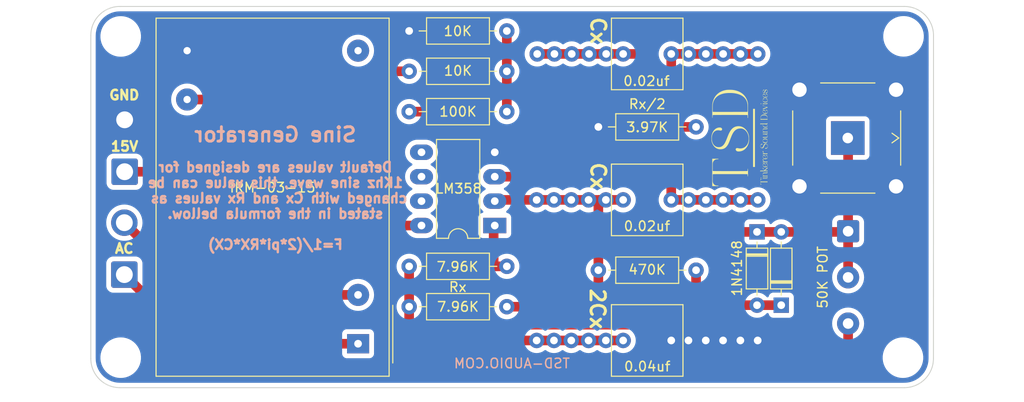
<source format=kicad_pcb>
(kicad_pcb (version 20211014) (generator pcbnew)
  (layers (0 "F.Cu" signal) (31 "B.Cu" signal) (34 "B.Paste" user) (35 "F.Paste" user) (36 "B.SilkS" user "B.Silkscreen") (37 "F.SilkS" user "F.Silkscreen") (38 "B.Mask" user) (39 "F.Mask" user) (44 "Edge.Cuts" user))
  (net 0 "")
  (net 1 "Net-(C3-Pad1)")
  (net 2 "Net-(C3-Pad2)")
  (net 3 "GND")
  (net 4 "Net-(C4-Pad2)")
  (net 5 "Net-(C5-Pad2)")
  (net 6 "Net-(D1-Pad2)")
  (net 7 "Net-(J1-Pad1)")
  (net 8 "Net-(J1-Pad2)")
  (net 10 "Net-(PS1-Pad16)")
  (net 11 "Net-(R1-Pad2)")
  (net 12 "Net-(R4-Pad2)")
  (footprint "" (layer "F.Cu") (at 139.98 89.21)
    (fp_text reference "1" hide)
    (fp_text value "" (at 0 0) (layer "F.SilkS") (effects (font (size 1.27 1.27))))
    (pad "2" thru_hole circle locked (at 0 0 180) (size 1.6 1.6) (drill 0.8) (layers *.Cu *.Mask) (net 5 "Net-(C5-Pad2)"))
  )
  (footprint "" (layer "F.Cu") (at 153.92 119.01)
    (fp_text reference "" (at 0 0) (layer "F.SilkS") (effects (font (size 1.27 1.27))))
    (fp_text value "" (at 0 0) (layer "F.SilkS") (effects (font (size 1.27 1.27))))
    (pad "1" thru_hole circle locked (at 0 0 180) (size 1.6 1.6) (drill 0.8) (layers *.Cu *.Mask) (net 3 "GND"))
  )
  (footprint "" (layer "F.Cu") (at 155.73 104.39)
    (fp_text reference "" (at 0 0) (layer "F.SilkS") (effects (font (size 1.27 1.27))))
    (fp_text value "" (at 0 0) (layer "F.SilkS") (effects (font (size 1.27 1.27))))
    (pad "2" thru_hole circle locked (at 0 0) (size 1.6 1.6) (drill 0.8) (layers *.Cu *.Mask) (net 2 "Net-(C3-Pad2)"))
  )
  (footprint "Custom Library:Logo_15mm" (layer "F.Cu") (at 159.65 97.846633 90)
    (fp_text reference "G***" hide)
    (fp_text value "LOGO" hide)
  )
  (footprint "" (layer "F.Cu") (at 155.73 89.21)
    (fp_text reference "" (at 0 0) (layer "F.SilkS") (effects (font (size 1.27 1.27))))
    (fp_text value "" (at 0 0) (layer "F.SilkS") (effects (font (size 1.27 1.27))))
    (pad "1" thru_hole circle locked (at 0 0 180) (size 1.6 1.6) (drill 0.8) (layers *.Cu *.Mask) (net 2 "Net-(C3-Pad2)"))
  )
  (footprint "Resistor_THT:R_Axial_DIN0207_L6.3mm_D2.5mm_P10.16mm_Horizontal" (layer "F.Cu") (at 135.03 115.49779 180)
    (fp_text reference "Rx" (at 5.11 2.037569) (layer "F.SilkS"))
    (fp_text value "7.96K" (at 5.09 -0.012632) (layer "F.SilkS"))
    (pad "1" thru_hole circle locked (at 0 0 180) (size 1.6 1.6) (drill 0.8) (layers *.Cu *.Mask) (net 1 "Net-(C3-Pad1)"))
    (pad "2" thru_hole oval locked (at 10.16 0 180) (size 1.6 1.6) (drill 0.8) (layers *.Cu *.Mask) (net 4 "Net-(C4-Pad2)"))
  )
  (footprint "" (layer "F.Cu") (at 153.93 104.39)
    (fp_text reference "" (at 0 0) (layer "F.SilkS") (effects (font (size 1.27 1.27))))
    (fp_text value "" (at 0 0) (layer "F.SilkS") (effects (font (size 1.27 1.27))))
    (pad "2" thru_hole circle locked (at 0 0) (size 1.6 1.6) (drill 0.8) (layers *.Cu *.Mask) (net 2 "Net-(C3-Pad2)"))
  )
  (footprint "Diode_THT:D_DO-35_SOD27_P7.62mm_Horizontal" (layer "F.Cu") (at 161.051192 107.72 -90)
    (fp_text reference "D1" hide)
    (fp_text value "1N4148")
    (pad "1" thru_hole rect locked (at 0 0 270) (size 1.6 1.6) (drill 0.8) (layers *.Cu *.Mask) (net 5 "Net-(C5-Pad2)"))
    (pad "2" thru_hole oval locked (at 7.62 0 270) (size 1.6 1.6) (drill 0.8) (layers *.Cu *.Mask) (net 6 "Net-(D1-Pad2)"))
  )
  (footprint "" (layer "F.Cu") (at 157.53 89.21)
    (fp_text reference "" (at 0 0) (layer "F.SilkS") (effects (font (size 1.27 1.27))))
    (fp_text value "" (at 0 0) (layer "F.SilkS") (effects (font (size 1.27 1.27))))
    (pad "1" thru_hole circle locked (at 0 0 180) (size 1.6 1.6) (drill 0.8) (layers *.Cu *.Mask) (net 2 "Net-(C3-Pad2)"))
  )
  (footprint "Capacitor_THT:C_Rect_L7.2mm_W7.2mm_P5.00mm_FKS2_FKP2_MKS2_MKP2" (layer "F.Cu") (at 152.13 119.01 180)
    (fp_text reference "C4" hide)
    (fp_text value "0.04uf" (at 2.49 -2.71) (layer "F.SilkS"))
    (pad "1" thru_hole circle locked (at 0 0 180) (size 1.6 1.6) (drill 0.8) (layers *.Cu *.Mask) (net 3 "GND"))
    (pad "2" thru_hole circle locked (at 5 0 180) (size 1.6 1.6) (drill 0.8) (layers *.Cu *.Mask) (net 4 "Net-(C4-Pad2)"))
  )
  (footprint "Resistor_THT:R_Axial_DIN0207_L6.3mm_D2.5mm_P10.16mm_Horizontal" (layer "F.Cu") (at 124.87 111.302232)
    (fp_text reference "R7" hide)
    (fp_text value "7.96K" (at 5.03 0.048019) (layer "F.SilkS"))
    (pad "1" thru_hole circle locked (at 0 0) (size 1.6 1.6) (drill 0.8) (layers *.Cu *.Mask) (net 4 "Net-(C4-Pad2)"))
    (pad "2" thru_hole oval locked (at 10.16 0) (size 1.6 1.6) (drill 0.8) (layers *.Cu *.Mask) (net 5 "Net-(C5-Pad2)"))
  )
  (footprint "" (layer "F.Cu") (at 143.58 89.21)
    (fp_text reference "3" hide)
    (fp_text value "" (at 0 0) (layer "F.SilkS") (effects (font (size 1.27 1.27))))
    (pad "2" thru_hole circle locked (at 0 0 180) (size 1.6 1.6) (drill 0.8) (layers *.Cu *.Mask) (net 5 "Net-(C5-Pad2)"))
  )
  (footprint "Connector_Wire:SolderWire-0.5sqmm_1x03_P4.8mm_D0.9mm_OD2.3mm" (layer "F.Cu") (at 170.525 107.64908 -90)
    (fp_text reference "50K POT" (at 4.79092 2.645 90) (layer "F.SilkS"))
    (fp_text value "50K")
    (pad "1" thru_hole roundrect locked (at 0 0 270) (size 2.3 2.3) (drill 1.1) (layers *.Cu *.Mask) (roundrect_rratio 0.108696) (net 5 "Net-(C5-Pad2)"))
    (pad "2" thru_hole circle locked (at 4.8 0 270) (size 2.3 2.3) (drill 1.1) (layers *.Cu *.Mask) (net 5 "Net-(C5-Pad2)"))
    (pad "3" thru_hole circle locked (at 9.6 0 270) (size 2.3 2.3) (drill 1.1) (layers *.Cu *.Mask) (net 12 "Net-(R4-Pad2)"))
  )
  (footprint "" (layer "F.Cu") (at 161.13 104.39)
    (fp_text reference "" (at 0 0) (layer "F.SilkS") (effects (font (size 1.27 1.27))))
    (fp_text value "" (at 0 0) (layer "F.SilkS") (effects (font (size 1.27 1.27))))
    (pad "2" thru_hole circle locked (at 0 0) (size 1.6 1.6) (drill 0.8) (layers *.Cu *.Mask) (net 2 "Net-(C3-Pad2)"))
  )
  (footprint "Capacitor_THT:C_Rect_L7.2mm_W7.2mm_P5.00mm_FKS2_FKP2_MKS2_MKP2" (layer "F.Cu") (at 147.13 104.39)
    (fp_text reference "C3" hide)
    (fp_text value "0.02uf" (at 2.48 2.732234) (layer "F.SilkS"))
    (pad "1" thru_hole circle locked (at 0 0) (size 1.6 1.6) (drill 0.8) (layers *.Cu *.Mask) (net 1 "Net-(C3-Pad1)"))
    (pad "2" thru_hole circle locked (at 5 0) (size 1.6 1.6) (drill 0.8) (layers *.Cu *.Mask) (net 2 "Net-(C3-Pad2)"))
  )
  (footprint "Resistor_THT:R_Axial_DIN0207_L6.3mm_D2.5mm_P10.16mm_Horizontal" (layer "F.Cu") (at 135.03 95.211116 180)
    (fp_text reference "R4" hide)
    (fp_text value "100K" (at 5.08 -0.002473) (layer "F.SilkS"))
    (pad "1" thru_hole circle locked (at 0 0 180) (size 1.6 1.6) (drill 0.8) (layers *.Cu *.Mask) (net 11 "Net-(R1-Pad2)"))
    (pad "2" thru_hole oval locked (at 10.16 0 180) (size 1.6 1.6) (drill 0.8) (layers *.Cu *.Mask) (net 12 "Net-(R4-Pad2)"))
  )
  (footprint "Connector_Wire:SolderWire-1sqmm_1x02_P5.4mm_D1.4mm_OD2.7mm" (layer "F.Cu") (at 95.28 101.46 90)
    (fp_text reference "15V" (at 2.631258 -0.01 180) (layer "F.SilkS") (effects (font (thickness 0.25))))
    (fp_text value "AC")
    (pad "1" thru_hole roundrect locked (at 0 0 90) (size 2.75 2.75) (drill 1.75) (layers *.Cu *.Mask) (roundrect_rratio 0.090909) (net 10 "Net-(PS1-Pad16)"))
    (pad "2" thru_hole circle locked (at 5.4 0 90) (size 2.75 2.75) (drill 1.75) (layers *.Cu *.Mask) (net 3 "GND"))
  )
  (footprint "" (layer "F.Cu") (at 141.73 119.01)
    (fp_text reference "" (at 0 0) (layer "F.SilkS") (effects (font (size 1.27 1.27))))
    (fp_text value "" (at 0 0) (layer "F.SilkS") (effects (font (size 1.27 1.27))))
    (pad "2" thru_hole circle locked (at 0 0 180) (size 1.6 1.6) (drill 0.8) (layers *.Cu *.Mask) (net 4 "Net-(C4-Pad2)"))
  )
  (footprint "" (layer "F.Cu") (at 139.93 104.39)
    (fp_text reference "" (at 0 0) (layer "F.SilkS") (effects (font (size 1.27 1.27))))
    (fp_text value "" (at 0 0) (layer "F.SilkS") (effects (font (size 1.27 1.27))))
    (pad "1" thru_hole circle locked (at 0 0) (size 1.6 1.6) (drill 0.8) (layers *.Cu *.Mask) (net 1 "Net-(C3-Pad1)"))
  )
  (footprint "Resistor_THT:R_Axial_DIN0207_L6.3mm_D2.5mm_P10.16mm_Horizontal" (layer "F.Cu") (at 124.87 91.015558)
    (fp_text reference "R1" hide)
    (fp_text value "10K" (at 5.08 -0.052982) (layer "F.SilkS"))
    (pad "1" thru_hole circle locked (at 0 0) (size 1.6 1.6) (drill 0.8) (layers *.Cu *.Mask) (net 10 "Net-(PS1-Pad16)"))
    (pad "2" thru_hole oval locked (at 10.16 0) (size 1.6 1.6) (drill 0.8) (layers *.Cu *.Mask) (net 11 "Net-(R1-Pad2)"))
  )
  (footprint "" (layer "F.Cu") (at 161.12 119.01)
    (fp_text reference "" (at 0 0) (layer "F.SilkS") (effects (font (size 1.27 1.27))))
    (fp_text value "" (at 0 0) (layer "F.SilkS") (effects (font (size 1.27 1.27))))
    (pad "1" thru_hole circle locked (at 0 0 180) (size 1.6 1.6) (drill 0.8) (layers *.Cu *.Mask) (net 3 "GND"))
  )
  (footprint "" (layer "F.Cu") (at 145.33 104.39)
    (fp_text reference "" (at 0 0) (layer "F.SilkS") (effects (font (size 1.27 1.27))))
    (fp_text value "" (at 0 0) (layer "F.SilkS") (effects (font (size 1.27 1.27))))
    (pad "1" thru_hole circle locked (at 0 0) (size 1.6 1.6) (drill 0.8) (layers *.Cu *.Mask) (net 1 "Net-(C3-Pad1)"))
  )
  (footprint "Converter_ACDC:Converter_ACDC_MeanWell_IRM-03-xx_THT" (layer "F.Cu") (at 119.5575 119.35 180)
    (fp_text reference "PS1" hide)
    (fp_text value "IRM-03-15" (at 8.89 16.24) (layer "F.SilkS"))
    (pad "1" thru_hole rect locked (at 0 0 180) (size 2.3 2) (drill 0.8) (layers *.Cu *.Mask) (net 7 "Net-(J1-Pad1)"))
    (pad "3" thru_hole circle locked (at 0 5.08 180) (size 2.3 2.3) (drill 0.8) (layers *.Cu *.Mask) (net 8 "Net-(J1-Pad2)"))
    (pad "5" thru_hole circle locked (at 0 30.48 180) (size 2.3 2.3) (drill 0.76) (layers *.Cu *.Mask))
    (pad "14" thru_hole circle locked (at 17.78 30.48 180) (size 2.3 2.3) (drill 0.76) (layers *.Cu *.Mask) (net 3 "GND"))
    (pad "16" thru_hole circle locked (at 17.78 25.4 180) (size 2.3 2.3) (drill 0.76) (layers *.Cu *.Mask) (net 10 "Net-(PS1-Pad16)"))
  )
  (footprint "" (layer "F.Cu") (at 159.33 89.21)
    (fp_text reference "" (at 0 0) (layer "F.SilkS") (effects (font (size 1.27 1.27))))
    (fp_text value "" (at 0 0) (layer "F.SilkS") (effects (font (size 1.27 1.27))))
    (pad "1" thru_hole circle locked (at 0 0 180) (size 1.6 1.6) (drill 0.8) (layers *.Cu *.Mask) (net 2 "Net-(C3-Pad2)"))
  )
  (footprint "Connector_Wire:SolderWire-1sqmm_1x02_P5.4mm_D1.4mm_OD2.7mm" (layer "F.Cu") (at 95.25 112.16 90)
    (fp_text reference "AC" (at 2.71 -0.01 180) (layer "F.SilkS") (effects (font (thickness 0.25))))
    (fp_text value "AC")
    (pad "1" thru_hole roundrect locked (at 0 0 90) (size 2.75 2.75) (drill 1.75) (layers *.Cu *.Mask) (roundrect_rratio 0.090909) (net 7 "Net-(J1-Pad1)"))
    (pad "2" thru_hole circle locked (at 5.4 0 90) (size 2.75 2.75) (drill 1.75) (layers *.Cu *.Mask) (net 8 "Net-(J1-Pad2)"))
  )
  (footprint "MountingHole:MountingHole_3.2mm_M3_DIN965" (layer "F.Cu") (at 176.23 120.8)
    (fp_text reference "REF**" hide)
    (fp_text value "MountingHole_3.2mm_M3_DIN965")
    (pad "" np_thru_hole circle locked (at 0 0) (size 3.2 3.2) (drill 3.2) (layers *.Cu *.Mask))
  )
  (footprint "MountingHole:MountingHole_3.2mm_M3_DIN965" (layer "F.Cu") (at 176.29 87.38)
    (fp_text reference "REF**" hide)
    (fp_text value "MountingHole_3.2mm_M3_DIN965")
    (pad "" np_thru_hole circle locked (at 0 0) (size 3.2 3.2) (drill 3.2) (layers *.Cu *.Mask))
  )
  (footprint "" (layer "F.Cu") (at 161.13 89.21)
    (fp_text reference "" (at 0 0) (layer "F.SilkS") (effects (font (size 1.27 1.27))))
    (fp_text value "" (at 0 0) (layer "F.SilkS") (effects (font (size 1.27 1.27))))
    (pad "1" thru_hole circle locked (at 0 0 180) (size 1.6 1.6) (drill 0.8) (layers *.Cu *.Mask) (net 2 "Net-(C3-Pad2)"))
  )
  (footprint "Connector_Coaxial:BNC_TEConnectivity_1478035_Horizontal" (layer "F.Cu") (at 170.490327 97.956675 -90)
    (fp_text reference "J3" hide)
    (fp_text value "Conn_Coaxial")
    (pad "1" thru_hole rect (at 0 0 270) (size 3.5 3.5) (drill 1.1) (layers *.Cu *.Mask) (net 5 "Net-(C5-Pad2)"))
    (pad "2" thru_hole circle (at -5.025 -5.025 270) (size 4 4) (drill 1.5) (layers *.Cu *.Mask) (net 3 "GND"))
    (pad "2" thru_hole circle (at 5.025 -5.025 270) (size 4 4) (drill 1.5) (layers *.Cu *.Mask) (net 3 "GND"))
    (pad "2" thru_hole circle (at 5.025 5.025 270) (size 4 4) (drill 1.5) (layers *.Cu *.Mask) (net 3 "GND"))
    (pad "2" thru_hole circle (at -5.025 5.025 270) (size 4 4) (drill 1.5) (layers *.Cu *.Mask) (net 3 "GND"))
  )
  (footprint "" (layer "F.Cu") (at 141.78 89.21)
    (fp_text reference "2" hide)
    (fp_text value "" (at 0 0) (layer "F.SilkS") (effects (font (size 1.27 1.27))))
    (pad "2" thru_hole circle locked (at 0 0 180) (size 1.6 1.6) (drill 0.8) (layers *.Cu *.Mask) (net 5 "Net-(C5-Pad2)"))
  )
  (footprint "" (layer "F.Cu") (at 143.53 119.01)
    (fp_text reference "" (at 0 0) (layer "F.SilkS") (effects (font (size 1.27 1.27))))
    (fp_text value "" (at 0 0) (layer "F.SilkS") (effects (font (size 1.27 1.27))))
    (pad "2" thru_hole circle locked (at 0 0 180) (size 1.6 1.6) (drill 0.8) (layers *.Cu *.Mask) (net 4 "Net-(C4-Pad2)"))
  )
  (footprint "Resistor_THT:R_Axial_DIN0207_L6.3mm_D2.5mm_P10.16mm_Horizontal" (layer "F.Cu") (at 144.55 96.8)
    (fp_text reference "Rx/2" (at 5.08 -2.37) (layer "F.SilkS"))
    (fp_text value "3.97K" (at 5.07 0.037875) (layer "F.SilkS"))
    (pad "1" thru_hole circle locked (at 0 0) (size 1.6 1.6) (drill 0.8) (layers *.Cu *.Mask) (net 3 "GND"))
    (pad "2" thru_hole oval locked (at 10.16 0) (size 1.6 1.6) (drill 0.8) (layers *.Cu *.Mask) (net 2 "Net-(C3-Pad2)"))
  )
  (footprint "Resistor_THT:R_Axial_DIN0207_L6.3mm_D2.5mm_P10.16mm_Horizontal" (layer "F.Cu") (at 144.55 111.7)
    (fp_text reference "R5" hide)
    (fp_text value "470K" (at 5.07 -0.049688) (layer "F.SilkS"))
    (pad "1" thru_hole circle locked (at 0 0) (size 1.6 1.6) (drill 0.8) (layers *.Cu *.Mask) (net 1 "Net-(C3-Pad1)"))
    (pad "2" thru_hole oval locked (at 10.16 0) (size 1.6 1.6) (drill 0.8) (layers *.Cu *.Mask) (net 6 "Net-(D1-Pad2)"))
  )
  (footprint "" (layer "F.Cu") (at 138.19 89.21)
    (fp_text reference "" (at 0 -0.01) (layer "F.SilkS") (effects (font (size 1.27 1.27))))
    (fp_text value "" (at 0 0) (layer "F.SilkS") (effects (font (size 1.27 1.27))))
    (pad "2" thru_hole circle locked (at 0 0 180) (size 1.6 1.6) (drill 0.8) (layers *.Cu *.Mask) (net 5 "Net-(C5-Pad2)"))
  )
  (footprint "" (layer "F.Cu") (at 157.52 119.01)
    (fp_text reference "" (at 0 0) (layer "F.SilkS") (effects (font (size 1.27 1.27))))
    (fp_text value "" (at 0 0) (layer "F.SilkS") (effects (font (size 1.27 1.27))))
    (pad "1" thru_hole circle locked (at 0 0 180) (size 1.6 1.6) (drill 0.8) (layers *.Cu *.Mask) (net 3 "GND"))
  )
  (footprint "" (layer "F.Cu") (at 145.363059 89.21)
    (fp_text reference "" (at 0 0) (layer "F.SilkS") (effects (font (size 1.27 1.27))))
    (fp_text value "" (at 0 0) (layer "F.SilkS") (effects (font (size 1.27 1.27))))
    (pad "2" thru_hole circle locked (at 0 0 180) (size 1.6 1.6) (drill 0.8) (layers *.Cu *.Mask) (net 5 "Net-(C5-Pad2)"))
  )
  (footprint "" (layer "F.Cu") (at 153.93 89.21)
    (fp_text reference "" (at 0 0) (layer "F.SilkS") (effects (font (size 1.27 1.27))))
    (fp_text value "" (at 0 0) (layer "F.SilkS") (effects (font (size 1.27 1.27))))
    (pad "1" thru_hole circle locked (at 0 0 180) (size 1.6 1.6) (drill 0.8) (layers *.Cu *.Mask) (net 2 "Net-(C3-Pad2)"))
  )
  (footprint "Package_DIP:DIP-8_W7.62mm_LongPads" (layer "F.Cu") (at 133.775 107.056674 180)
    (fp_text reference "U1" hide)
    (fp_text value "LM358" (at 3.755 3.836674) (layer "F.SilkS"))
    (pad "1" thru_hole rect locked (at 0 0 180) (size 2.4 1.6) (drill 0.8) (layers *.Cu *.Mask) (net 5 "Net-(C5-Pad2)"))
    (pad "2" thru_hole oval locked (at 0 2.54 180) (size 2.4 1.6) (drill 0.8) (layers *.Cu *.Mask) (net 1 "Net-(C3-Pad1)"))
    (pad "3" thru_hole oval locked (at 0 5.08 180) (size 2.4 1.6) (drill 0.8) (layers *.Cu *.Mask) (net 11 "Net-(R1-Pad2)"))
    (pad "4" thru_hole oval locked (at 0 7.62 180) (size 2.4 1.6) (drill 0.8) (layers *.Cu *.Mask) (net 3 "GND"))
    (pad "5" thru_hole oval locked (at 7.62 7.62 180) (size 2.4 1.6) (drill 0.8) (layers *.Cu *.Mask))
    (pad "6" thru_hole oval locked (at 7.62 5.08 180) (size 2.4 1.6) (drill 0.8) (layers *.Cu *.Mask))
    (pad "7" thru_hole oval locked (at 7.62 2.54 180) (size 2.4 1.6) (drill 0.8) (layers *.Cu *.Mask))
    (pad "8" thru_hole oval locked (at 7.62 0 180) (size 2.4 1.6) (drill 0.8) (layers *.Cu *.Mask) (net 10 "Net-(PS1-Pad16)"))
  )
  (footprint "" (layer "F.Cu") (at 159.32 119.01)
    (fp_text reference "" (at 0 0) (layer "F.SilkS") (effects (font (size 1.27 1.27))))
    (fp_text value "" (at 0 0) (layer "F.SilkS") (effects (font (size 1.27 1.27))))
    (pad "1" thru_hole circle locked (at 0 0 180) (size 1.6 1.6) (drill 0.8) (layers *.Cu *.Mask) (net 3 "GND"))
  )
  (footprint "MountingHole:MountingHole_3.2mm_M3_DIN965" (layer "F.Cu") (at 94.87 87.39)
    (fp_text reference "REF**" hide)
    (fp_text value "MountingHole_3.2mm_M3_DIN965")
    (pad "" np_thru_hole circle locked (at 0 0) (size 3.2 3.2) (drill 3.2) (layers *.Cu *.Mask))
  )
  (footprint "MountingHole:MountingHole_3.2mm_M3_DIN965" (layer "F.Cu") (at 94.87 120.8)
    (fp_text reference "REF**" hide)
    (fp_text value "MountingHole_3.2mm_M3_DIN965")
    (pad "" np_thru_hole circle locked (at 0 0) (size 3.2 3.2) (drill 3.2) (layers *.Cu *.Mask))
  )
  (footprint "" (layer "F.Cu") (at 138.13 119.01)
    (fp_text reference "" (at 0 0) (layer "F.SilkS") (effects (font (size 1.27 1.27))))
    (fp_text value "" (at 0 0) (layer "F.SilkS") (effects (font (size 1.27 1.27))))
    (pad "2" thru_hole circle locked (at 0 0 180) (size 1.6 1.6) (drill 0.8) (layers *.Cu *.Mask) (net 4 "Net-(C4-Pad2)"))
  )
  (footprint "" (layer "F.Cu") (at 157.53 104.39)
    (fp_text reference "" (at 0 0) (layer "F.SilkS") (effects (font (size 1.27 1.27))))
    (fp_text value "" (at 0 0) (layer "F.SilkS") (effects (font (size 1.27 1.27))))
    (pad "2" thru_hole circle locked (at 0 0) (size 1.6 1.6) (drill 0.8) (layers *.Cu *.Mask) (net 2 "Net-(C3-Pad2)"))
  )
  (footprint "" (layer "F.Cu") (at 159.33 104.39)
    (fp_text reference "" (at 0 0) (layer "F.SilkS") (effects (font (size 1.27 1.27))))
    (fp_text value "" (at 0 0) (layer "F.SilkS") (effects (font (size 1.27 1.27))))
    (pad "2" thru_hole circle locked (at 0 0) (size 1.6 1.6) (drill 0.8) (layers *.Cu *.Mask) (net 2 "Net-(C3-Pad2)"))
  )
  (footprint "Resistor_THT:R_Axial_DIN0207_L6.3mm_D2.5mm_P10.16mm_Horizontal" (layer "F.Cu") (at 135.03 86.82 180)
    (fp_text reference "R2" hide)
    (fp_text value "10K" (at 5.1 -0.021112) (layer "F.SilkS"))
    (pad "1" thru_hole circle locked (at 0 0 180) (size 1.6 1.6) (drill 0.8) (layers *.Cu *.Mask) (net 11 "Net-(R1-Pad2)"))
    (pad "2" thru_hole oval locked (at 10.16 0 180) (size 1.6 1.6) (drill 0.8) (layers *.Cu *.Mask) (net 3 "GND"))
  )
  (footprint "" (layer "F.Cu") (at 141.73 104.39)
    (fp_text reference "" (at 0 0) (layer "F.SilkS") (effects (font (size 1.27 1.27))))
    (fp_text value "" (at 0 0) (layer "F.SilkS") (effects (font (size 1.27 1.27))))
    (pad "1" thru_hole circle locked (at 0 0) (size 1.6 1.6) (drill 0.8) (layers *.Cu *.Mask) (net 1 "Net-(C3-Pad1)"))
  )
  (footprint "" (layer "F.Cu") (at 143.53 104.39)
    (fp_text reference "" (at 0 0) (layer "F.SilkS") (effects (font (size 1.27 1.27))))
    (fp_text value "" (at 0 0) (layer "F.SilkS") (effects (font (size 1.27 1.27))))
    (pad "1" thru_hole circle locked (at 0 0) (size 1.6 1.6) (drill 0.8) (layers *.Cu *.Mask) (net 1 "Net-(C3-Pad1)"))
  )
  (footprint "Diode_THT:D_DO-35_SOD27_P7.62mm_Horizontal" (layer "F.Cu") (at 163.568807 115.34 90)
    (fp_text reference "D2" hide)
    (fp_text value "1N4148" (at 3.84 -4.596928 90) (layer "F.SilkS"))
    (pad "1" thru_hole rect locked (at 0 0 90) (size 1.6 1.6) (drill 0.8) (layers *.Cu *.Mask) (net 6 "Net-(D1-Pad2)"))
    (pad "2" thru_hole oval locked (at 7.62 0 90) (size 1.6 1.6) (drill 0.8) (layers *.Cu *.Mask) (net 5 "Net-(C5-Pad2)"))
  )
  (footprint "Capacitor_THT:C_Rect_L7.2mm_W7.2mm_P5.00mm_FKS2_FKP2_MKS2_MKP2" (layer "F.Cu") (at 152.13 89.21 180)
    (fp_text reference "C5" hide)
    (fp_text value "0.02uf" (at 2.57 -2.82) (layer "F.SilkS"))
    (pad "1" thru_hole circle locked (at 0 0 180) (size 1.6 1.6) (drill 0.8) (layers *.Cu *.Mask) (net 2 "Net-(C3-Pad2)"))
    (pad "2" thru_hole circle locked (at 5 0 180) (size 1.6 1.6) (drill 0.8) (layers *.Cu *.Mask) (net 5 "Net-(C5-Pad2)"))
  )
  (footprint "" (layer "F.Cu") (at 155.72 119.01)
    (fp_text reference "" (at 0 0) (layer "F.SilkS") (effects (font (size 1.27 1.27))))
    (fp_text value "" (at 0 0) (layer "F.SilkS") (effects (font (size 1.27 1.27))))
    (pad "1" thru_hole circle locked (at 0 0 180) (size 1.6 1.6) (drill 0.8) (layers *.Cu *.Mask) (net 3 "GND"))
  )
  (footprint "" (layer "F.Cu") (at 139.93 119.01)
    (fp_text reference "" (at 0 0) (layer "F.SilkS") (effects (font (size 1.27 1.27))))
    (fp_text value "" (at 0 0) (layer "F.SilkS") (effects (font (size 1.27 1.27))))
    (pad "2" thru_hole circle locked (at 0 0 180) (size 1.6 1.6) (drill 0.8) (layers *.Cu *.Mask) (net 4 "Net-(C4-Pad2)"))
  )
  (footprint "" (layer "F.Cu") (at 145.33 119.01)
    (fp_text reference "" (at 0 0) (layer "F.SilkS") (effects (font (size 1.27 1.27))))
    (fp_text value "" (at 0 0) (layer "F.SilkS") (effects (font (size 1.27 1.27))))
    (pad "2" thru_hole circle locked (at 0 0 180) (size 1.6 1.6) (drill 0.8) (layers *.Cu *.Mask) (net 4 "Net-(C4-Pad2)"))
  )
  (footprint "" (layer "F.Cu") (at 138.13 104.39)
    (fp_text reference "" (at 0 0) (layer "F.SilkS") (effects (font (size 1.27 1.27))))
    (fp_text value "" (at 0 0) (layer "F.SilkS") (effects (font (size 1.27 1.27))))
    (pad "1" thru_hole circle locked (at 0 0) (size 1.6 1.6) (drill 0.8) (layers *.Cu *.Mask) (net 1 "Net-(C3-Pad1)"))
  )
  (gr_line (start 176.377467 84.27) (end 94.79 84.27) (layer "Edge.Cuts") (width 0.1))
  (gr_arc (start 91.76 87.3) (mid 92.647467 85.157467) (end 94.79 84.27) (layer "Edge.Cuts") (width 0.1))
  (gr_arc (start 176.377467 84.27) (mid 178.52 85.157467) (end 179.407467 87.3) (layer "Edge.Cuts") (width 0.1))
  (gr_line (start 179.4 120.89) (end 179.407467 87.3) (layer "Edge.Cuts") (width 0.1))
  (gr_arc (start 94.79 123.92) (mid 92.647467 123.032533) (end 91.76 120.89) (layer "Edge.Cuts") (width 0.1))
  (gr_line (start 91.76 87.3) (end 91.76 120.89) (layer "Edge.Cuts") (width 0.1))
  (gr_arc (start 179.4 120.89) (mid 178.512533 123.032533) (end 176.37 123.92) (layer "Edge.Cuts") (width 0.1))
  (gr_line (start 94.79 123.92) (end 176.37 123.92) (layer "Edge.Cuts") (width 0.1))
  (gr_text "Default values are designed for\n1Khz sine wave, this value can be\nchanged with Cx and Rx values as \nstated in the formula bellow.\n\nF=1/(2*pi*RX*CX)\n" (at 110.95 105.02) (layer "B.SilkS") (effects (font (size 1 1) (thickness 0.25)) (justify mirror)))
  (gr_text "Sine Generator" (at 110.95 97.6) (layer "B.SilkS") (effects (font (size 1.5 1.5) (thickness 0.3)) (justify mirror)))
  (gr_text "TSD-AUDIO.COM" (at 135.56 121.395637) (layer "B.SilkS") (effects (font (size 1 1)) (justify mirror)))
  (gr_text "Cx" (at 144.525861 86.78 270) (layer "F.SilkS") (effects (font (size 1.5 1.5) (thickness 0.3))))
  (gr_text "Cx" (at 144.525861 101.89 270) (layer "F.SilkS") (effects (font (size 1.5 1.5) (thickness 0.3))))
  (gr_text "GND" (at 95.24 93.488742) (layer "F.SilkS") (effects (font (size 1 1) (thickness 0.25))))
  (gr_text "2Cx" (at 144.46 115.716871 270) (layer "F.SilkS") (effects (font (size 1.5 1.5) (thickness 0.3))))
  (segment (start 136.82221 115.49779) (end 144.32221 115.49779) (width 1) (layer "F.Cu") (net 1))
  (segment (start 147.13 104.39) (end 144.7 104.39) (width 1) (layer "F.Cu") (net 1))
  (segment (start 136.82221 115.49779) (end 135.03 115.49779) (width 1) (layer "F.Cu") (net 1))
  (segment (start 144.7 104.39) (end 133.901674 104.39) (width 1) (layer "F.Cu") (net 1))
  (segment (start 144.55 104.54) (end 144.7 104.39) (width 1) (layer "F.Cu") (net 1))
  (segment (start 133.901674 104.39) (end 133.775 104.516674) (width 1) (layer "F.Cu") (net 1))
  (segment (start 144.32221 115.49779) (end 144.55 115.27) (width 1) (layer "F.Cu") (net 1))
  (segment (start 144.55 115.27) (end 144.55 111.7) (width 1) (layer "F.Cu") (net 1))
  (segment (start 144.55 111.7) (end 144.55 104.54) (width 1) (layer "F.Cu") (net 1))
  (segment (start 152.13 104.39) (end 152.13 96.65) (width 1) (layer "F.Cu") (net 2))
  (segment (start 154.71 96.8) (end 152.28 96.8) (width 1) (layer "F.Cu") (net 2))
  (segment (start 152.28 96.8) (end 152.13 96.65) (width 1) (layer "F.Cu") (net 2))
  (segment (start 152.13 96.65) (end 152.13 89.21) (width 1) (layer "F.Cu") (net 2))
  (segment (start 161.13 104.39) (end 152.13 104.39) (width 1) (layer "F.Cu") (net 2))
  (segment (start 161.13 89.21) (end 152.13 89.21) (width 1) (layer "F.Cu") (net 2))
  (segment (start 147.13 119.01) (end 125.25 119.01) (width 1) (layer "F.Cu") (net 4))
  (segment (start 124.87 115.49779) (end 124.87 111.302232) (width 1) (layer "F.Cu") (net 4))
  (segment (start 124.87 115.49779) (end 124.87 118.63) (width 1) (layer "F.Cu") (net 4))
  (segment (start 125.25 119.01) (end 124.87 118.63) (width 1) (layer "F.Cu") (net 4))
  (segment (start 149.9 107.72) (end 149.75 107.57) (width 1) (layer "F.Cu") (net 5))
  (segment (start 170.525 112.44908) (end 170.525 97.18408) (width 1) (layer "F.Cu") (net 5))
  (segment (start 149.74 117.37) (end 149.75 117.38) (width 1) (layer "F.Cu") (net 5))
  (segment (start 163.568807 107.72) (end 161.051192 107.72) (width 1) (layer "F.Cu") (net 5))
  (segment (start 170.525 97.18408) (end 170.52 97.17908) (width 1) (layer "F.Cu") (net 5))
  (segment (start 133.66 111.14) (end 133.497768 111.302232) (width 1) (layer "F.Cu") (net 5))
  (segment (start 133.497768 111.302232) (end 131.857768 111.302232) (width 1) (layer "F.Cu") (net 5))
  (segment (start 133.66 107.171674) (end 133.66 111.14) (width 1) (layer "F.Cu") (net 5))
  (segment (start 138.19 89.21) (end 147.13 89.21) (width 1) (layer "F.Cu") (net 5))
  (segment (start 163.568807 107.72) (end 170.45408 107.72) (width 1) (layer "F.Cu") (net 5))
  (segment (start 149.44 89.21) (end 147.13 89.21) (width 1) (layer "F.Cu") (net 5))
  (segment (start 149.44 89.21) (end 149.75 89.52) (width 1) (layer "F.Cu") (net 5))
  (segment (start 133.775 107.056674) (end 133.66 107.171674) (width 1) (layer "F.Cu") (net 5))
  (segment (start 149.75 107.57) (end 149.75 117.38) (width 1) (layer "F.Cu") (net 5))
  (segment (start 161.051192 107.72) (end 149.9 107.72) (width 1) (layer "F.Cu") (net 5))
  (segment (start 133.775 107.056674) (end 133.748326 107.03) (width 1) (layer "F.Cu") (net 5))
  (segment (start 131.857768 111.302232) (end 131.79 111.37) (width 1) (layer "F.Cu") (net 5))
  (segment (start 135.03 111.302232) (end 133.497768 111.302232) (width 1) (layer "F.Cu") (net 5))
  (segment (start 149.75 89.52) (end 149.75 105.83) (width 1) (layer "F.Cu") (net 5))
  (segment (start 170.45408 107.72) (end 170.525 107.64908) (width 1) (layer "F.Cu") (net 5))
  (segment (start 131.79 111.37) (end 131.79 117.37) (width 1) (layer "F.Cu") (net 5))
  (segment (start 149.75 105.83) (end 149.75 107.57) (width 1) (layer "F.Cu") (net 5))
  (segment (start 131.79 117.37) (end 149.74 117.37) (width 1) (layer "F.Cu") (net 5))
  (segment (start 154.96 115.34) (end 161.051192 115.34) (width 1) (layer "F.Cu") (net 6))
  (segment (start 154.71 115.09) (end 154.96 115.34) (width 1) (layer "F.Cu") (net 6))
  (segment (start 163.568807 115.34) (end 161.051192 115.34) (width 1) (layer "F.Cu") (net 6))
  (segment (start 154.71 111.7) (end 154.71 115.09) (width 1) (layer "F.Cu") (net 6))
  (segment (start 102.44 119.35) (end 119.5575 119.35) (width 1) (layer "F.Cu") (net 7))
  (segment (start 95.25 112.16) (end 102.44 119.35) (width 1) (layer "F.Cu") (net 7))
  (segment (start 95.25 106.76) (end 101.84 113.35) (width 1) (layer "F.Cu") (net 8))
  (segment (start 101.84 113.35) (end 101.84 113.4) (width 1) (layer "F.Cu") (net 8))
  (segment (start 102.71 114.27) (end 119.5575 114.27) (width 1) (layer "F.Cu") (net 8))
  (segment (start 101.84 113.4) (end 102.71 114.27) (width 1) (layer "F.Cu") (net 8))
  (segment (start 101.7775 93.95) (end 122.19 93.95) (width 1) (layer "F.Cu") (net 10))
  (segment (start 123.054442 91.015558) (end 124.87 91.015558) (width 1) (layer "F.Cu") (net 10))
  (segment (start 122.558326 91.511674) (end 123.054442 91.015558) (width 1) (layer "F.Cu") (net 10))
  (segment (start 122.558326 101.438326) (end 122.558326 94.063884) (width 1) (layer "F.Cu") (net 10))
  (segment (start 95.28 101.46) (end 122.536652 101.46) (width 1) (layer "F.Cu") (net 10))
  (segment (start 122.558326 107.056674) (end 122.558326 101.438326) (width 1) (layer "F.Cu") (net 10))
  (segment (start 122.536652 101.46) (end 122.558326 101.438326) (width 1) (layer "F.Cu") (net 10))
  (segment (start 126.155 107.056674) (end 122.558326 107.056674) (width 1) (layer "F.Cu") (net 10))
  (segment (start 122.558326 94.063884) (end 122.558326 91.511674) (width 1) (layer "F.Cu") (net 10))
  (segment (start 133.775 101.976674) (end 137.563326 101.976674) (width 1) (layer "F.Cu") (net 11))
  (segment (start 137.563326 101.976674) (end 137.66 101.88) (width 1) (layer "F.Cu") (net 11))
  (segment (start 135.03 93.31) (end 135.03 95.211116) (width 1) (layer "F.Cu") (net 11))
  (segment (start 137.66 93.25) (end 135.09 93.25) (width 1) (layer "F.Cu") (net 11))
  (segment (start 135.03 86.82) (end 135.03 93.31) (width 1) (layer "F.Cu") (net 11))
  (segment (start 137.66 101.88) (end 137.66 93.25) (width 1) (layer "F.Cu") (net 11))
  (segment (start 135.09 93.25) (end 135.03 93.31) (width 1) (layer "F.Cu") (net 11))
  (segment (start 124.87 95.211116) (end 128.681116 95.211116) (width 1) (layer "F.Cu") (net 12))
  (segment (start 122.64 109.3) (end 122.64 121.33) (width 1) (layer "F.Cu") (net 12))
  (segment (start 128.681116 109.161116) (end 122.778884 109.161116) (width 1) (layer "F.Cu") (net 12))
  (segment (start 122.64 121.33) (end 170.34 121.33) (width 1) (layer "F.Cu") (net 12))
  (segment (start 128.681116 95.211116) (end 128.681116 109.161116) (width 1) (layer "F.Cu") (net 12))
  (segment (start 170.525 121.145) (end 170.34 121.33) (width 1) (layer "F.Cu") (net 12))
  (segment (start 122.778884 109.161116) (end 122.64 109.3) (width 1) (layer "F.Cu") (net 12))
  (segment (start 170.34 121.33) (end 170.58 121.09) (width 1) (layer "F.Cu") (net 12))
  (segment (start 170.525 117.24908) (end 170.525 121.145) (width 1) (layer "F.Cu") (net 12))
  (zone (net 3) (net_name "GND") (layer "B.Cu") (connect_pads yes (clearance 0.508)) (min_thickness 0.254) (fill yes (thermal_gap 0.508) (thermal_bridge_width 0.508))
    (polygon (pts (xy 180.46 124.81) (xy 90.9 124.81) (xy 90.9 83.6) (xy 180.46 83.6)))
  )
)
</source>
